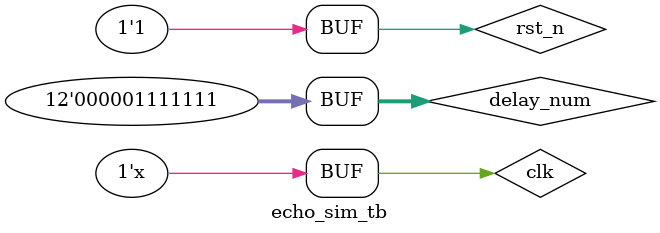
<source format=v>
`timescale 1ns/100ps


module echo_sim_tb();
reg clk;
reg rst_n;
reg WrEn,RdEn;
reg [31:0] audio_in;
wire [31:0] audio_out; 
wire almost_full,almost_empty,fifoFull,fifoEmpty;
wire WrAck; 
reg [7:0] wave_form_sin[255:0];
reg [11:0] delay_num;
reg [7:0] i; 



initial begin
		clk <= 1'b0;
		rst_n <= 1'b0;
        i  <=  0;
        delay_num <= 12'd127;
		#201
		rst_n = 1'b1;

     
		
end

initial begin
wave_form_sin[0]   <= 127;wave_form_sin[1]   <= 130;wave_form_sin[2]   <= 133;wave_form_sin[3]   <= 136;wave_form_sin[4]   <= 139;wave_form_sin[5]   <= 143;wave_form_sin[6]   <= 146;wave_form_sin[7]   <= 149;
wave_form_sin[8]   <= 152;wave_form_sin[9]   <= 155;wave_form_sin[10]  <= 158;wave_form_sin[11]  <= 161;wave_form_sin[12]  <= 164;wave_form_sin[13]  <= 167;wave_form_sin[14]  <= 170;wave_form_sin[15]  <= 173;
wave_form_sin[16]  <= 176;wave_form_sin[17]  <= 178;wave_form_sin[18]  <= 181;wave_form_sin[19]  <= 184;wave_form_sin[20]  <= 187;wave_form_sin[21]  <= 190;wave_form_sin[22]  <= 192;wave_form_sin[23]  <= 195;
wave_form_sin[24]  <= 198;wave_form_sin[25]  <= 200;wave_form_sin[26]  <= 203;wave_form_sin[27]  <= 205;wave_form_sin[28]  <= 208;wave_form_sin[29]  <= 210;wave_form_sin[30]  <= 212;wave_form_sin[31]  <= 215;
wave_form_sin[32]  <= 217;wave_form_sin[33]  <= 219;wave_form_sin[34]  <= 221;wave_form_sin[35]  <= 223;wave_form_sin[36]  <= 225;wave_form_sin[37]  <= 227;wave_form_sin[38]  <= 229;wave_form_sin[39]  <= 231;
wave_form_sin[40]  <= 233;wave_form_sin[41]  <= 234;wave_form_sin[42]  <= 236;wave_form_sin[43]  <= 238;wave_form_sin[44]  <= 239;wave_form_sin[45]  <= 240;wave_form_sin[46]  <= 242;wave_form_sin[47]  <= 243;
wave_form_sin[48]  <= 244;wave_form_sin[49]  <= 245;wave_form_sin[50]  <= 247;wave_form_sin[51]  <= 248;wave_form_sin[52]  <= 249;wave_form_sin[53]  <= 249;wave_form_sin[54]  <= 250;wave_form_sin[55]  <= 251;
wave_form_sin[56]  <= 252;wave_form_sin[57]  <= 252;wave_form_sin[58]  <= 253;wave_form_sin[59]  <= 253;wave_form_sin[60]  <= 253;wave_form_sin[61]  <= 254;wave_form_sin[62]  <= 254;wave_form_sin[63]  <= 254;
wave_form_sin[64]  <= 254;wave_form_sin[65]  <= 254;wave_form_sin[66]  <= 254;wave_form_sin[67]  <= 254;wave_form_sin[68]  <= 253;wave_form_sin[69]  <= 253;wave_form_sin[70]  <= 253;wave_form_sin[71]  <= 252;
wave_form_sin[72]  <= 252;wave_form_sin[73]  <= 251;wave_form_sin[74]  <= 250;wave_form_sin[75]  <= 249;wave_form_sin[76]  <= 249;wave_form_sin[77]  <= 248;wave_form_sin[78]  <= 247;wave_form_sin[79]  <= 245;
wave_form_sin[80]  <= 244;wave_form_sin[81]  <= 243;wave_form_sin[82]  <= 242;wave_form_sin[83]  <= 240;wave_form_sin[84]  <= 239;wave_form_sin[85]  <= 238;wave_form_sin[86]  <= 236;wave_form_sin[87]  <= 234;
wave_form_sin[88]  <= 233;wave_form_sin[89]  <= 231;wave_form_sin[90]  <= 229;wave_form_sin[91]  <= 227;wave_form_sin[92]  <= 225;wave_form_sin[93]  <= 223;wave_form_sin[94]  <= 221;wave_form_sin[95]  <= 219;
wave_form_sin[96]  <= 217;wave_form_sin[97]  <= 215;wave_form_sin[98]  <= 212;wave_form_sin[99]  <= 210;wave_form_sin[100] <= 208;wave_form_sin[101] <= 205;wave_form_sin[102] <= 203;wave_form_sin[103] <= 200;
wave_form_sin[104] <= 198;wave_form_sin[105] <= 195;wave_form_sin[106] <= 192;wave_form_sin[107] <= 190;wave_form_sin[108] <= 187;wave_form_sin[109] <= 184;wave_form_sin[110] <= 181;wave_form_sin[111] <= 178;
wave_form_sin[112] <= 176;wave_form_sin[113] <= 173;wave_form_sin[114] <= 170;wave_form_sin[115] <= 167;wave_form_sin[116] <= 164;wave_form_sin[117] <= 161;wave_form_sin[118] <= 158;wave_form_sin[119] <= 155;
wave_form_sin[120] <= 152;wave_form_sin[121] <= 149;wave_form_sin[122] <= 146;wave_form_sin[123] <= 143;wave_form_sin[124] <= 139;wave_form_sin[125] <= 136;wave_form_sin[126] <= 133;wave_form_sin[127] <= 130;
wave_form_sin[128] <= 127;wave_form_sin[129] <= 124;wave_form_sin[130] <= 121;wave_form_sin[131] <= 118;wave_form_sin[132] <= 115;wave_form_sin[133] <= 111;wave_form_sin[134] <= 108;wave_form_sin[135] <= 105;
wave_form_sin[136] <= 102;wave_form_sin[137] <=  99;wave_form_sin[138] <=  96;wave_form_sin[139] <=  93;wave_form_sin[140] <=  90;wave_form_sin[141] <=  87;wave_form_sin[142] <=  84;wave_form_sin[143] <=  81;
wave_form_sin[144] <=  78;wave_form_sin[145] <=  76;wave_form_sin[146] <=  73;wave_form_sin[147] <=  70;wave_form_sin[148] <=  67;wave_form_sin[149] <=  64;wave_form_sin[150] <=  62;wave_form_sin[151] <=  59;
wave_form_sin[152] <=  56;wave_form_sin[153] <=  54;wave_form_sin[154] <=  51;wave_form_sin[155] <=  49;wave_form_sin[156] <=  46;wave_form_sin[157] <=  44;wave_form_sin[158] <=  42;wave_form_sin[159] <=  39;
wave_form_sin[160] <=  37;wave_form_sin[161] <=  35;wave_form_sin[162] <=  33;wave_form_sin[163] <=  31;wave_form_sin[164] <=  29;wave_form_sin[165] <=  27;wave_form_sin[166] <=  25;wave_form_sin[167] <=  23;
wave_form_sin[168] <=  21;wave_form_sin[169] <=  20;wave_form_sin[170] <=  18;wave_form_sin[171] <=  16;wave_form_sin[172] <=  15;wave_form_sin[173] <=  14;wave_form_sin[174] <=  12;wave_form_sin[175] <=  11;
wave_form_sin[176] <=  10;wave_form_sin[177] <=   9;wave_form_sin[178] <=   7;wave_form_sin[179] <=   6;wave_form_sin[180] <=   5;wave_form_sin[181] <=   5;wave_form_sin[182] <=   4;wave_form_sin[183] <=   3;
wave_form_sin[184] <=   2;wave_form_sin[185] <=   2;wave_form_sin[186] <=   1;wave_form_sin[187] <=   1;wave_form_sin[188] <=   1;wave_form_sin[189] <=   0;wave_form_sin[190] <=   0;wave_form_sin[191] <=   0;
wave_form_sin[192] <=   0;wave_form_sin[193] <=   0;wave_form_sin[194] <=   0;wave_form_sin[195] <=   0;wave_form_sin[196] <=   1;wave_form_sin[197] <=   1;wave_form_sin[198] <=   1;wave_form_sin[199] <=   2;
wave_form_sin[200] <=   2;wave_form_sin[201] <=   3;wave_form_sin[202] <=   4;wave_form_sin[203] <=   5;wave_form_sin[204] <=   5;wave_form_sin[205] <=   6;wave_form_sin[206] <=   7;wave_form_sin[207] <=   9;
wave_form_sin[208] <=  10;wave_form_sin[209] <=  11;wave_form_sin[210] <=  12;wave_form_sin[211] <=  14;wave_form_sin[212] <=  15;wave_form_sin[213] <=  16;wave_form_sin[214] <=  18;wave_form_sin[215] <=  20;
wave_form_sin[216] <=  21;wave_form_sin[217] <=  23;wave_form_sin[218] <=  25;wave_form_sin[219] <=  27;wave_form_sin[220] <=  29;wave_form_sin[221] <=  31;wave_form_sin[222] <=  33;wave_form_sin[223] <=  35;
wave_form_sin[224] <=  37;wave_form_sin[225] <=  39;wave_form_sin[226] <=  42;wave_form_sin[227] <=  44;wave_form_sin[228] <=  46;wave_form_sin[229] <=  49;wave_form_sin[230] <=  51;wave_form_sin[231] <=  54;
wave_form_sin[232] <=  56;wave_form_sin[233] <=  59;wave_form_sin[234] <=  62;wave_form_sin[235] <=  64;wave_form_sin[236] <=  67;wave_form_sin[237] <=  70;wave_form_sin[238] <=  73;wave_form_sin[239] <=  76;
wave_form_sin[240] <=  78;wave_form_sin[241] <=  81;wave_form_sin[242] <=  84;wave_form_sin[243] <=  87;wave_form_sin[244] <=  90;wave_form_sin[245] <=  93;wave_form_sin[246] <=  96;wave_form_sin[247] <=  99;
wave_form_sin[248] <= 102;wave_form_sin[249] <= 105;wave_form_sin[250] <= 108;wave_form_sin[251] <= 111;wave_form_sin[252] <= 115;wave_form_sin[253] <= 118;wave_form_sin[254] <= 121;wave_form_sin[255] <= 124;
      
end

always #10 clk = ~clk;

always @(posedge clk) begin
    audio_in[7:0] <= wave_form_sin[i];
    audio_in[31:8] <= 0;
    i <= i+1;
    
end
// echo sim_echo
// (
//     .clk(clk),
//     .reset_n(rst_n),
//     .gain(6'd5 ),
//     .audio_data_0(audio_in),
//     .echo_data(audio_out),
//     .Almost_Full(almost_full),
//     .Almost_Empty(almost_empty)
// );

always @(posedge clk or negedge rst_n) begin
    if(!rst_n) begin
        WrEn <=  0;
        RdEn <= 0;
    end
    else begin
        WrEn <= 1;
        if(almost_full) begin
            RdEn <= 1;
        end
        else begin
            RdEn <= 0;
        end
    end

end

/*ÓÃ¸ßÔÆfifo ipºËÊµÏÖÑÓ???*/
delay_fifo my_audio_delay1(
		.Data(audio_in), //input [31:0] Data
		.WrClk(clk), //input WrClk
		.RdClk(clk), //input RdClk
		.WrEn(WrEn), //input WrEn
		.RdEn(RdEn), //input RdEn
		.AlmostEmptyTh(delay_num), //input [11:0] AlmostEmptyTh
		.AlmostFullTh(delay_num), //input [11:0] AlmostFullTh
		//.Wnum(Wnum), //output [12:0] Wnum
		//.Rnum(Rnum), //output [12:0] Rnum
		.Almost_Empty(Almost_Empty), //output Almost_Empty
		.Almost_Full(Almost_Full), //output Almost_Full
		.Q(audio_out), //output [31:0] Q
		.Empty(fifoEmpty), //output Empty
		.Full(fifoFull) //output Full
	);
// fifo_generator_0 my_audio_delay1 (
//   .clk(clk),                    // input wire clk
//   .srst(~rst_n),                  // input wire srst
//   .din(audio_in),                    // input wire [31 : 0] din
//   .wr_en(WrEn),                // input wire wr_en
//   .rd_en(RdEn),                // input wire rd_en
//   .dout(audio_out),                  // output wire [31 : 0] dout
//   .full(fifoFull),                  // output wire full
//   .almost_full(almost_full),    // output wire almost_full
//   .wr_ack(Wr_Ack),              // output wire wr_ack
//   .empty(fifoEmpty),                // output wire empty
//   .almost_empty(almost_empty)  // output wire almost_empty
//   //.valid(valid),                // output wire valid
//   //.prog_full(prog_full),        // output wire prog_full
//   //.prog_empty(prog_empty)      // output wire prog_empty
// );

endmodule
</source>
